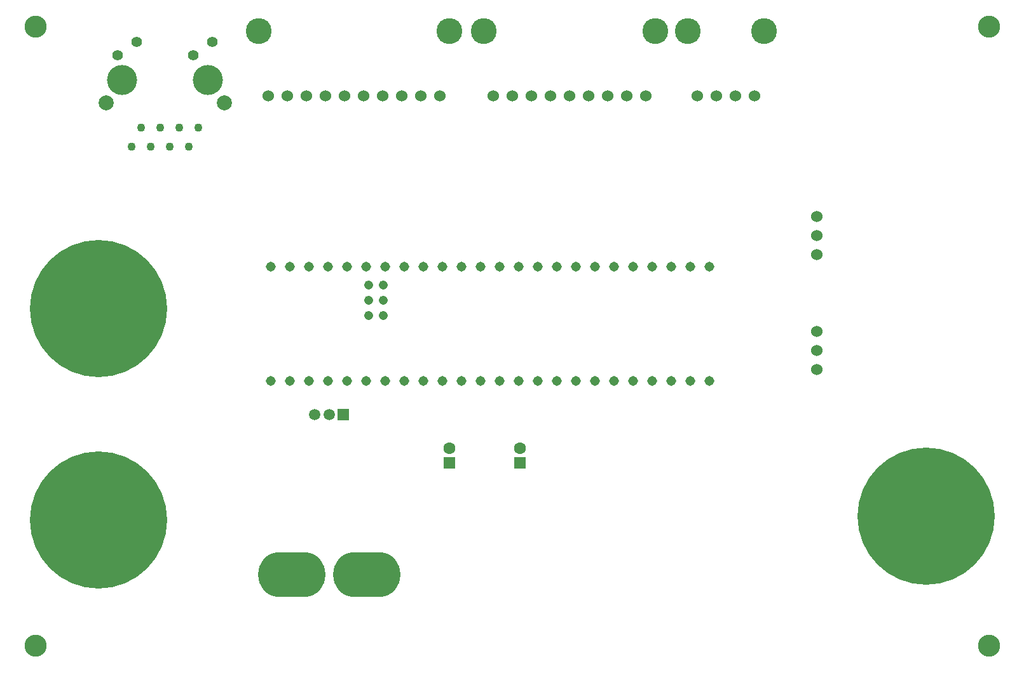
<source format=gbr>
G04 #@! TF.GenerationSoftware,KiCad,Pcbnew,7.0.7*
G04 #@! TF.CreationDate,2023-11-01T18:39:14-05:00*
G04 #@! TF.ProjectId,2024Rev1,32303234-5265-4763-912e-6b696361645f,rev?*
G04 #@! TF.SameCoordinates,Original*
G04 #@! TF.FileFunction,Soldermask,Bot*
G04 #@! TF.FilePolarity,Negative*
%FSLAX46Y46*%
G04 Gerber Fmt 4.6, Leading zero omitted, Abs format (unit mm)*
G04 Created by KiCad (PCBNEW 7.0.7) date 2023-11-01 18:39:14*
%MOMM*%
%LPD*%
G01*
G04 APERTURE LIST*
G04 Aperture macros list*
%AMHorizOval*
0 Thick line with rounded ends*
0 $1 width*
0 $2 $3 position (X,Y) of the first rounded end (center of the circle)*
0 $4 $5 position (X,Y) of the second rounded end (center of the circle)*
0 Add line between two ends*
20,1,$1,$2,$3,$4,$5,0*
0 Add two circle primitives to create the rounded ends*
1,1,$1,$2,$3*
1,1,$1,$4,$5*%
G04 Aperture macros list end*
%ADD10C,2.946400*%
%ADD11R,1.600000X1.600000*%
%ADD12C,1.600000*%
%ADD13C,1.524000*%
%ADD14C,18.288000*%
%ADD15C,1.100000*%
%ADD16C,1.400000*%
%ADD17C,4.000000*%
%ADD18C,2.000000*%
%ADD19C,3.450000*%
%ADD20R,1.500000X1.500000*%
%ADD21C,1.500000*%
%ADD22HorizOval,0.800000X0.000000X0.000000X0.000000X0.000000X0*%
%ADD23HorizOval,0.800000X0.000000X0.000000X0.000000X0.000000X0*%
%ADD24C,0.800000*%
%ADD25O,9.000000X6.000000*%
%ADD26C,1.308000*%
%ADD27C,1.208000*%
G04 APERTURE END LIST*
D10*
X99314000Y-123444000D03*
D11*
X154432000Y-99060000D03*
D12*
X154432000Y-97060000D03*
D13*
X203427500Y-71261500D03*
X203427500Y-68721500D03*
X203427500Y-66181500D03*
D14*
X107696000Y-106680000D03*
D15*
X121031000Y-54304500D03*
X119761000Y-56844500D03*
X118491000Y-54304500D03*
X117221000Y-56844500D03*
X115951000Y-54304500D03*
X114681000Y-56844500D03*
X113411000Y-54304500D03*
X112141000Y-56844500D03*
D16*
X122911000Y-42874500D03*
X120371000Y-44664500D03*
X112801000Y-42874500D03*
X110261000Y-44664500D03*
D17*
X122301000Y-47954500D03*
X110871000Y-47954500D03*
D18*
X124461000Y-51004500D03*
X108711000Y-51004500D03*
D13*
X203425500Y-86614000D03*
X203425500Y-84074000D03*
X203425500Y-81534000D03*
D19*
X129032000Y-41448000D03*
X154432000Y-41448000D03*
D13*
X130302000Y-50084000D03*
X132842000Y-50084000D03*
X135382000Y-50084000D03*
X137922000Y-50084000D03*
X140462000Y-50084000D03*
X143002000Y-50084000D03*
X145542000Y-50084000D03*
X148082000Y-50084000D03*
X150622000Y-50084000D03*
X153162000Y-50084000D03*
D14*
X217932000Y-106172000D03*
D10*
X226314000Y-123444000D03*
D11*
X163830000Y-99060000D03*
D12*
X163830000Y-97060000D03*
D10*
X226314000Y-40894000D03*
X99314000Y-40894000D03*
D19*
X159004000Y-41448000D03*
X181864000Y-41448000D03*
D13*
X160274000Y-50084000D03*
X162814000Y-50084000D03*
X165354000Y-50084000D03*
X167894000Y-50084000D03*
X170434000Y-50084000D03*
X172974000Y-50084000D03*
X175514000Y-50084000D03*
X178054000Y-50084000D03*
X180594000Y-50084000D03*
D20*
X140330000Y-92569000D03*
D21*
X138420000Y-92569000D03*
X136510000Y-92569000D03*
D22*
X137370000Y-114599000D03*
D23*
X137370000Y-113339000D03*
D24*
X136620000Y-115629000D03*
X136620000Y-112309000D03*
X135420000Y-116019000D03*
X135420000Y-111919000D03*
X134090000Y-116019000D03*
X134090000Y-111919000D03*
D25*
X133420000Y-113969000D03*
D24*
X132750000Y-116019000D03*
X132750000Y-111919000D03*
X131420000Y-116019000D03*
X131420000Y-111919000D03*
X130220000Y-115629000D03*
X130220000Y-112309000D03*
X129470000Y-114599000D03*
X129470000Y-113339000D03*
X147370000Y-114599000D03*
X147370000Y-113339000D03*
X146620000Y-115629000D03*
X146620000Y-112309000D03*
X145420000Y-116019000D03*
X145420000Y-111919000D03*
X144090000Y-116019000D03*
X144090000Y-111919000D03*
D25*
X143420000Y-113969000D03*
D24*
X142750000Y-116019000D03*
X142750000Y-111919000D03*
X141420000Y-116019000D03*
X141420000Y-111919000D03*
X140220000Y-115629000D03*
X140220000Y-112309000D03*
D23*
X139470000Y-114599000D03*
D22*
X139470000Y-113339000D03*
D19*
X186238495Y-41448000D03*
X196398495Y-41448000D03*
D13*
X187508495Y-50084000D03*
X190048495Y-50084000D03*
X192588495Y-50084000D03*
X195128495Y-50084000D03*
D14*
X107696000Y-78486000D03*
D26*
X133237000Y-88138000D03*
X135777000Y-88138000D03*
X138317000Y-88138000D03*
X140857000Y-88138000D03*
X166257000Y-88138000D03*
X135777000Y-72898000D03*
X143397000Y-88138000D03*
X145937000Y-88138000D03*
X148477000Y-88138000D03*
X151017000Y-88138000D03*
X153557000Y-88138000D03*
X156097000Y-88138000D03*
X158637000Y-88138000D03*
X161177000Y-88138000D03*
X163717000Y-88138000D03*
X163717000Y-72898000D03*
X161177000Y-72898000D03*
X158637000Y-72898000D03*
X156097000Y-72898000D03*
X153557000Y-72898000D03*
X151017000Y-72898000D03*
X148477000Y-72898000D03*
X145937000Y-72898000D03*
X143397000Y-72898000D03*
X140857000Y-72898000D03*
X138317000Y-72898000D03*
X168797000Y-88138000D03*
X171337000Y-88138000D03*
X173877000Y-88138000D03*
X176417000Y-88138000D03*
X178957000Y-88138000D03*
X181497000Y-88138000D03*
X184037000Y-88138000D03*
X186577000Y-88138000D03*
X189117000Y-88138000D03*
X189117000Y-72898000D03*
X186577000Y-72898000D03*
X184037000Y-72898000D03*
X181497000Y-72898000D03*
X178957000Y-72898000D03*
X176417000Y-72898000D03*
X173877000Y-72898000D03*
X171337000Y-72898000D03*
X168797000Y-72898000D03*
X130697000Y-88138000D03*
X166257000Y-72898000D03*
X133237000Y-72898000D03*
D27*
X145667000Y-77348000D03*
X143667000Y-77348000D03*
X143667000Y-75348000D03*
X145667000Y-75348000D03*
X145667000Y-79348000D03*
X143667000Y-79348000D03*
D26*
X130697000Y-72898000D03*
M02*

</source>
